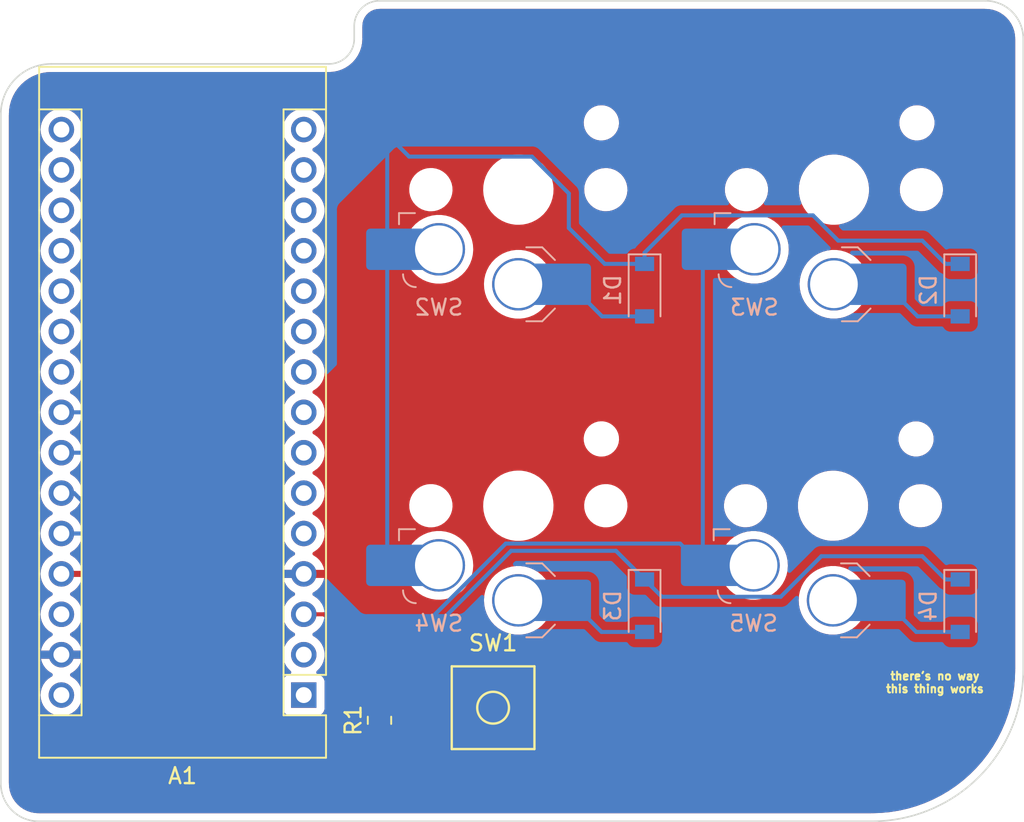
<source format=kicad_pcb>
(kicad_pcb (version 20211014) (generator pcbnew)
  (layers (0 "F.Cu" signal) (31 "B.Cu" signal) (34 "B.Paste" user) (35 "F.Paste" user) (36 "B.SilkS" user "B.Silkscreen") (37 "F.SilkS" user "F.Silkscreen") (38 "B.Mask" user) (39 "F.Mask" user) (44 "Edge.Cuts" user))
  (net 0 "")
  (net 2 "Net-(A1-Pad3)")
  (net 4 "COL1")
  (net 5 "COL0")
  (net 6 "ROW1")
  (net 7 "ROW0")
  (net 20 "Net-(D1-Pad2)")
  (net 21 "Net-(D2-Pad2)")
  (net 22 "Net-(D3-Pad2)")
  (net 23 "Net-(D4-Pad2)")
  (net 24 "+5V")
  (net 25 "GND")
  (footprint "random-keyboard-parts:SKQG-1155865" (layer "F.Cu") (at 137.31875 113.50625 180)
    (fp_text reference "SW1" (at 0 4.064) (layer "F.SilkS"))
    (fp_text value "SW_Push")
    (fp_line (start 2.6 -2.6) (end 2.6 2.6) (layer "F.SilkS") (width 0.15))
    (fp_line (start -2.6 -2.6) (end 2.6 -2.6) (layer "F.SilkS") (width 0.15))
    (fp_line (start -2.6 2.6) (end -2.6 -2.6) (layer "F.SilkS") (width 0.15))
    (fp_line (start 2.6 2.6) (end -2.6 2.6) (layer "F.SilkS") (width 0.15))
    (fp_circle (center 0 0) (end 1 0) (layer "F.SilkS") (width 0.15) (fill none))
    (pad "1" smd rect locked (at 3.1 1.85 180) (size 1.8 1.1) (layers "F.Cu" "F.Paste" "F.Mask") (net 2 "Net-(A1-Pad3)"))
    (pad "2" smd rect locked (at -3.1 -1.85 180) (size 1.8 1.1) (layers "F.Cu" "F.Paste" "F.Mask") (net 25 "GND"))
    (pad "3" smd rect locked (at 3.1 -1.85 180) (size 1.8 1.1) (layers "F.Cu" "F.Paste" "F.Mask"))
    (pad "4" smd rect locked (at -3.1 1.85 180) (size 1.8 1.1) (layers "F.Cu" "F.Paste" "F.Mask"))
  )
  (footprint "Module:Arduino_Nano" (layer "F.Cu") (at 125.4125 112.7125 180)
    (fp_text reference "A1" (at 7.62 -5.08) (layer "F.SilkS"))
    (fp_text value "Arduino_Nano_Every")
    (fp_line (start 1.27 1.27) (end 1.27 36.83) (layer "F.SilkS") (width 0.12))
    (fp_line (start -1.4 1.27) (end -1.4 39.5) (layer "F.SilkS") (width 0.12))
    (fp_line (start 16.64 39.5) (end 16.64 -3.94) (layer "F.SilkS") (width 0.12))
    (fp_line (start 1.27 1.27) (end 1.27 -1.27) (layer "F.SilkS") (width 0.12))
    (fp_line (start 1.27 36.83) (end -1.4 36.83) (layer "F.SilkS") (width 0.12))
    (fp_line (start 1.27 1.27) (end -1.4 1.27) (layer "F.SilkS") (width 0.12))
    (fp_line (start 13.97 36.83) (end 16.64 36.83) (layer "F.SilkS") (width 0.12))
    (fp_line (start 1.27 -1.27) (end -1.4 -1.27) (layer "F.SilkS") (width 0.12))
    (fp_line (start 16.64 -3.94) (end -1.4 -3.94) (layer "F.SilkS") (width 0.12))
    (fp_line (start 13.97 -1.27) (end 13.97 36.83) (layer "F.SilkS") (width 0.12))
    (fp_line (start -1.4 39.5) (end 16.64 39.5) (layer "F.SilkS") (width 0.12))
    (fp_line (start -1.4 -3.94) (end -1.4 -1.27) (layer "F.SilkS") (width 0.12))
    (fp_line (start 13.97 -1.27) (end 16.64 -1.27) (layer "F.SilkS") (width 0.12))
    (pad "1" thru_hole rect (at 0 0 180) (size 1.6 1.6) (drill 1) (layers *.Cu *.Mask))
    (pad "2" thru_hole oval (at 0 2.54 180) (size 1.6 1.6) (drill 1) (layers *.Cu *.Mask))
    (pad "3" thru_hole oval (at 0 5.08 180) (size 1.6 1.6) (drill 1) (layers *.Cu *.Mask) (net 2 "Net-(A1-Pad3)"))
    (pad "4" thru_hole oval (at 0 7.62 180) (size 1.6 1.6) (drill 1) (layers *.Cu *.Mask) (net 25 "GND"))
    (pad "5" thru_hole oval (at 0 10.16 180) (size 1.6 1.6) (drill 1) (layers *.Cu *.Mask))
    (pad "6" thru_hole oval (at 0 12.7 180) (size 1.6 1.6) (drill 1) (layers *.Cu *.Mask))
    (pad "7" thru_hole oval (at 0 15.24 180) (size 1.6 1.6) (drill 1) (layers *.Cu *.Mask))
    (pad "8" thru_hole oval (at 0 17.78 180) (size 1.6 1.6) (drill 1) (layers *.Cu *.Mask))
    (pad "9" thru_hole oval (at 0 20.32 180) (size 1.6 1.6) (drill 1) (layers *.Cu *.Mask))
    (pad "10" thru_hole oval (at 0 22.86 180) (size 1.6 1.6) (drill 1) (layers *.Cu *.Mask))
    (pad "11" thru_hole oval (at 0 25.4 180) (size 1.6 1.6) (drill 1) (layers *.Cu *.Mask))
    (pad "12" thru_hole oval (at 0 27.94 180) (size 1.6 1.6) (drill 1) (layers *.Cu *.Mask))
    (pad "13" thru_hole oval (at 0 30.48 180) (size 1.6 1.6) (drill 1) (layers *.Cu *.Mask))
    (pad "14" thru_hole oval (at 0 33.02 180) (size 1.6 1.6) (drill 1) (layers *.Cu *.Mask))
    (pad "15" thru_hole oval (at 0 35.56 180) (size 1.6 1.6) (drill 1) (layers *.Cu *.Mask))
    (pad "16" thru_hole oval (at 15.24 35.56 180) (size 1.6 1.6) (drill 1) (layers *.Cu *.Mask))
    (pad "17" thru_hole oval (at 15.24 33.02 180) (size 1.6 1.6) (drill 1) (layers *.Cu *.Mask))
    (pad "18" thru_hole oval (at 15.24 30.48 180) (size 1.6 1.6) (drill 1) (layers *.Cu *.Mask))
    (pad "19" thru_hole oval (at 15.24 27.94 180) (size 1.6 1.6) (drill 1) (layers *.Cu *.Mask))
    (pad "20" thru_hole oval (at 15.24 25.4 180) (size 1.6 1.6) (drill 1) (layers *.Cu *.Mask))
    (pad "21" thru_hole oval (at 15.24 22.86 180) (size 1.6 1.6) (drill 1) (layers *.Cu *.Mask))
    (pad "22" thru_hole oval (at 15.24 20.32 180) (size 1.6 1.6) (drill 1) (layers *.Cu *.Mask))
    (pad "23" thru_hole oval (at 15.24 17.78 180) (size 1.6 1.6) (drill 1) (layers *.Cu *.Mask) (net 7 "ROW0"))
    (pad "24" thru_hole oval (at 15.24 15.24 180) (size 1.6 1.6) (drill 1) (layers *.Cu *.Mask) (net 5 "COL0"))
    (pad "25" thru_hole oval (at 15.24 12.7 180) (size 1.6 1.6) (drill 1) (layers *.Cu *.Mask) (net 4 "COL1"))
    (pad "26" thru_hole oval (at 15.24 10.16 180) (size 1.6 1.6) (drill 1) (layers *.Cu *.Mask) (net 6 "ROW1"))
    (pad "27" thru_hole oval (at 15.24 7.62 180) (size 1.6 1.6) (drill 1) (layers *.Cu *.Mask) (net 24 "+5V"))
    (pad "28" thru_hole oval (at 15.24 5.08 180) (size 1.6 1.6) (drill 1) (layers *.Cu *.Mask))
    (pad "29" thru_hole oval (at 15.24 2.54 180) (size 1.6 1.6) (drill 1) (layers *.Cu *.Mask) (net 25 "GND"))
    (pad "30" thru_hole oval (at 15.24 0 180) (size 1.6 1.6) (drill 1) (layers *.Cu *.Mask))
  )
  (footprint "Resistor_SMD:R_0805_2012Metric" (layer "F.Cu") (at 130.175 114.3 90)
    (fp_text reference "R1" (at 0 -1.65 90) (layer "F.SilkS"))
    (fp_text value "10k")
    (fp_line (start -0.227064 -0.735) (end 0.227064 -0.735) (layer "F.SilkS") (width 0.12))
    (fp_line (start -0.227064 0.735) (end 0.227064 0.735) (layer "F.SilkS") (width 0.12))
    (pad "1" smd roundrect (at -0.9125 0 90) (size 1.025 1.4) (layers "F.Cu" "F.Paste" "F.Mask") (roundrect_rratio 0.243902439) (net 24 "+5V"))
    (pad "2" smd roundrect (at 0.9125 0 90) (size 1.025 1.4) (layers "F.Cu" "F.Paste" "F.Mask") (roundrect_rratio 0.243902439) (net 2 "Net-(A1-Pad3)"))
  )
  (footprint "marbastlib-choc:SW_choc_HS_1u" (layer "B.Cu") (at 158.75 80.93125 180)
    (fp_text reference "SW3" (at 5 -7.4) (layer "B.SilkS") (effects (justify mirror)))
    (fp_text value "choc_SW_HS" hide)
    (fp_line (start -1.5 -8.275) (end -0.5 -8.275) (layer "B.SilkS") (width 0.12))
    (fp_line (start -1.5 -3.625) (end -0.5 -3.625) (layer "B.SilkS") (width 0.12))
    (fp_line (start 7.504 -1.475) (end 6.504 -1.475) (layer "B.SilkS") (width 0.12))
    (fp_line (start -2.3 -7.475) (end -1.5 -8.275) (layer "B.SilkS") (width 0.12))
    (fp_line (start -1.5 -3.625) (end -2.3 -4.425) (layer "B.SilkS") (width 0.12))
    (fp_line (start 7.504 -1.475) (end 7.504 -2.175) (layer "B.SilkS") (width 0.12))
    (fp_arc (start 6.45 -6.125) (mid 7.015685 -5.890685) (end 7.25 -5.325) (layer "B.SilkS") (width 0.12))
    (pad "" np_thru_hole circle (at 5.5 0) (size 1.7 1.7) (drill 1.7) (layers *.Cu *.Mask))
    (pad "" np_thru_hole circle (at -5.22 4.2) (size 1.2 1.2) (drill 1.2) (layers *.Cu *.Mask))
    (pad "" np_thru_hole circle (at 0 0) (size 3.4 3.4) (drill 3.4) (layers *.Cu *.Mask))
    (pad "" np_thru_hole circle (at -5.5 0) (size 1.7 1.7) (drill 1.7) (layers *.Cu *.Mask))
    (pad "1" smd rect (at 6.55 -3.75 180) (size 1.2 2.6) (layers "B.Cu") (net 4 "COL1"))
    (pad "1" thru_hole circle (at 5 -3.75 180) (size 3.3 3.3) (drill 3) (layers *.Cu "B.Mask") (net 4 "COL1"))
    (pad "1" smd roundrect (at 8.245 -3.75 180) (size 2.65 2.6) (layers "B.Cu" "B.Paste" "B.Mask") (roundrect_rratio 0.1) (net 4 "COL1"))
    (pad "2" smd roundrect (at -3.245 -5.95 180) (size 2.65 2.6) (layers "B.Cu" "B.Paste" "B.Mask") (roundrect_rratio 0.1) (net 21 "Net-(D2-Pad2)"))
    (pad "2" thru_hole circle (at 0 -5.95 180) (size 3.3 3.3) (drill 3) (layers *.Cu "B.Mask") (net 21 "Net-(D2-Pad2)"))
    (pad "2" smd rect (at -1.55 -5.95) (size 1.2 2.6) (layers "B.Cu") (net 21 "Net-(D2-Pad2)"))
  )
  (footprint "Diode_SMD:D_SOD-123" (layer "B.Cu") (at 146.84375 107.09375 -90)
    (fp_text reference "D3" (at 0 2 90) (layer "B.SilkS") (effects (justify mirror)))
    (fp_text value "SOD-123")
    (fp_line (start -2.25 -1) (end 1.65 -1) (layer "B.SilkS") (width 0.12))
    (fp_line (start -2.25 1) (end 1.65 1) (layer "B.SilkS") (width 0.12))
    (fp_line (start -2.25 1) (end -2.25 -1) (layer "B.SilkS") (width 0.12))
    (pad "1" smd rect (at -1.65 0 270) (size 0.9 1.2) (layers "B.Cu" "B.Paste" "B.Mask") (net 6 "ROW1"))
    (pad "2" smd rect (at 1.65 0 270) (size 0.9 1.2) (layers "B.Cu" "B.Paste" "B.Mask") (net 22 "Net-(D3-Pad2)"))
  )
  (footprint "Diode_SMD:D_SOD-123" (layer "B.Cu") (at 166.6875 87.25 -90)
    (fp_text reference "D2" (at 0 2 90) (layer "B.SilkS") (effects (justify mirror)))
    (fp_text value "SOD-123")
    (fp_line (start -2.25 -1) (end 1.65 -1) (layer "B.SilkS") (width 0.12))
    (fp_line (start -2.25 1) (end -2.25 -1) (layer "B.SilkS") (width 0.12))
    (fp_line (start -2.25 1) (end 1.65 1) (layer "B.SilkS") (width 0.12))
    (pad "1" smd rect (at -1.65 0 270) (size 0.9 1.2) (layers "B.Cu" "B.Paste" "B.Mask") (net 7 "ROW0"))
    (pad "2" smd rect (at 1.65 0 270) (size 0.9 1.2) (layers "B.Cu" "B.Paste" "B.Mask") (net 21 "Net-(D2-Pad2)"))
  )
  (footprint "marbastlib-choc:SW_choc_HS_1u" (layer "B.Cu") (at 158.693749 100.80625 180)
    (fp_text reference "SW5" (at 5 -7.4) (layer "B.SilkS") (effects (justify mirror)))
    (fp_text value "choc_SW_HS" hide)
    (fp_line (start 7.504 -1.475) (end 6.504 -1.475) (layer "B.SilkS") (width 0.12))
    (fp_line (start -1.5 -3.625) (end -2.3 -4.425) (layer "B.SilkS") (width 0.12))
    (fp_line (start -2.3 -7.475) (end -1.5 -8.275) (layer "B.SilkS") (width 0.12))
    (fp_line (start 7.504 -1.475) (end 7.504 -2.175) (layer "B.SilkS") (width 0.12))
    (fp_line (start -1.5 -8.275) (end -0.5 -8.275) (layer "B.SilkS") (width 0.12))
    (fp_line (start -1.5 -3.625) (end -0.5 -3.625) (layer "B.SilkS") (width 0.12))
    (fp_arc (start 6.45 -6.125) (mid 7.015685 -5.890685) (end 7.25 -5.325) (layer "B.SilkS") (width 0.12))
    (pad "" np_thru_hole circle (at -5.22 4.2) (size 1.2 1.2) (drill 1.2) (layers *.Cu *.Mask))
    (pad "" np_thru_hole circle (at 0 0) (size 3.4 3.4) (drill 3.4) (layers *.Cu *.Mask))
    (pad "" np_thru_hole circle (at -5.5 0) (size 1.7 1.7) (drill 1.7) (layers *.Cu *.Mask))
    (pad "" np_thru_hole circle (at 5.5 0) (size 1.7 1.7) (drill 1.7) (layers *.Cu *.Mask))
    (pad "1" smd rect (at 6.55 -3.75 180) (size 1.2 2.6) (layers "B.Cu") (net 4 "COL1"))
    (pad "1" smd roundrect (at 8.245 -3.75 180) (size 2.65 2.6) (layers "B.Cu" "B.Paste" "B.Mask") (roundrect_rratio 0.1) (net 4 "COL1"))
    (pad "1" thru_hole circle (at 5 -3.75 180) (size 3.3 3.3) (drill 3) (layers *.Cu "B.Mask") (net 4 "COL1"))
    (pad "2" smd rect (at -1.55 -5.95) (size 1.2 2.6) (layers "B.Cu") (net 23 "Net-(D4-Pad2)"))
    (pad "2" smd roundrect (at -3.245 -5.95 180) (size 2.65 2.6) (layers "B.Cu" "B.Paste" "B.Mask") (roundrect_rratio 0.1) (net 23 "Net-(D4-Pad2)"))
    (pad "2" thru_hole circle (at 0 -5.95 180) (size 3.3 3.3) (drill 3) (layers *.Cu "B.Mask") (net 23 "Net-(D4-Pad2)"))
  )
  (footprint "marbastlib-choc:SW_choc_HS_1u" (layer "B.Cu") (at 138.90625 100.80625 180)
    (fp_text reference "SW4" (at 5 -7.4) (layer "B.SilkS") (effects (justify mirror)))
    (fp_text value "choc_SW_HS" hide)
    (fp_line (start 7.504 -1.475) (end 6.504 -1.475) (layer "B.SilkS") (width 0.12))
    (fp_line (start -1.5 -3.625) (end -0.5 -3.625) (layer "B.SilkS") (width 0.12))
    (fp_line (start 7.504 -1.475) (end 7.504 -2.175) (layer "B.SilkS") (width 0.12))
    (fp_line (start -1.5 -3.625) (end -2.3 -4.425) (layer "B.SilkS") (width 0.12))
    (fp_line (start -2.3 -7.475) (end -1.5 -8.275) (layer "B.SilkS") (width 0.12))
    (fp_line (start -1.5 -8.275) (end -0.5 -8.275) (layer "B.SilkS") (width 0.12))
    (fp_arc (start 6.45 -6.125) (mid 7.015685 -5.890685) (end 7.25 -5.325) (layer "B.SilkS") (width 0.12))
    (pad "" np_thru_hole circle (at 5.5 0) (size 1.7 1.7) (drill 1.7) (layers *.Cu *.Mask))
    (pad "" np_thru_hole circle (at -5.5 0) (size 1.7 1.7) (drill 1.7) (layers *.Cu *.Mask))
    (pad "" np_thru_hole circle (at -5.22 4.2) (size 1.2 1.2) (drill 1.2) (layers *.Cu *.Mask))
    (pad "" np_thru_hole circle (at 0 0) (size 3.4 3.4) (drill 3.4) (layers *.Cu *.Mask))
    (pad "1" thru_hole circle (at 5 -3.75 180) (size 3.3 3.3) (drill 3) (layers *.Cu "B.Mask") (net 5 "COL0"))
    (pad "1" smd rect (at 6.55 -3.75 180) (size 1.2 2.6) (layers "B.Cu") (net 5 "COL0"))
    (pad "1" smd roundrect (at 8.245 -3.75 180) (size 2.65 2.6) (layers "B.Cu" "B.Paste" "B.Mask") (roundrect_rratio 0.1) (net 5 "COL0"))
    (pad "2" thru_hole circle (at 0 -5.95 180) (size 3.3 3.3) (drill 3) (layers *.Cu "B.Mask") (net 22 "Net-(D3-Pad2)"))
    (pad "2" smd roundrect (at -3.245 -5.95 180) (size 2.65 2.6) (layers "B.Cu" "B.Paste" "B.Mask") (roundrect_rratio 0.1) (net 22 "Net-(D3-Pad2)"))
    (pad "2" smd rect (at -1.55 -5.95) (size 1.2 2.6) (layers "B.Cu") (net 22 "Net-(D3-Pad2)"))
  )
  (footprint "Diode_SMD:D_SOD-123" (layer "B.Cu") (at 166.6875 107.09375 -90)
    (fp_text reference "D4" (at 0 2 90) (layer "B.SilkS") (effects (justify mirror)))
    (fp_text value "SOD-123")
    (fp_line (start -2.25 1) (end -2.25 -1) (layer "B.SilkS") (width 0.12))
    (fp_line (start -2.25 -1) (end 1.65 -1) (layer "B.SilkS") (width 0.12))
    (fp_line (start -2.25 1) (end 1.65 1) (layer "B.SilkS") (width 0.12))
    (pad "1" smd rect (at -1.65 0 270) (size 0.9 1.2) (layers "B.Cu" "B.Paste" "B.Mask") (net 6 "ROW1"))
    (pad "2" smd rect (at 1.65 0 270) (size 0.9 1.2) (layers "B.Cu" "B.Paste" "B.Mask") (net 23 "Net-(D4-Pad2)"))
  )
  (footprint "marbastlib-choc:SW_choc_HS_1u" (layer "B.Cu") (at 138.90625 80.93125 180)
    (fp_text reference "SW2" (at 5 -7.4) (layer "B.SilkS") (effects (justify mirror)))
    (fp_text value "choc_SW_HS" hide)
    (fp_line (start 7.504 -1.475) (end 7.504 -2.175) (layer "B.SilkS") (width 0.12))
    (fp_line (start -2.3 -7.475) (end -1.5 -8.275) (layer "B.SilkS") (width 0.12))
    (fp_line (start -1.5 -3.625) (end -2.3 -4.425) (layer "B.SilkS") (width 0.12))
    (fp_line (start -1.5 -8.275) (end -0.5 -8.275) (layer "B.SilkS") (width 0.12))
    (fp_line (start 7.504 -1.475) (end 6.504 -1.475) (layer "B.SilkS") (width 0.12))
    (fp_line (start -1.5 -3.625) (end -0.5 -3.625) (layer "B.SilkS") (width 0.12))
    (fp_arc (start 6.45 -6.125) (mid 7.015685 -5.890685) (end 7.25 -5.325) (layer "B.SilkS") (width 0.12))
    (pad "" np_thru_hole circle (at -5.5 0) (size 1.7 1.7) (drill 1.7) (layers *.Cu *.Mask))
    (pad "" np_thru_hole circle (at -5.22 4.2) (size 1.2 1.2) (drill 1.2) (layers *.Cu *.Mask))
    (pad "" np_thru_hole circle (at 0 0) (size 3.4 3.4) (drill 3.4) (layers *.Cu *.Mask))
    (pad "" np_thru_hole circle (at 5.5 0) (size 1.7 1.7) (drill 1.7) (layers *.Cu *.Mask))
    (pad "1" smd rect (at 6.55 -3.75 180) (size 1.2 2.6) (layers "B.Cu") (net 5 "COL0"))
    (pad "1" thru_hole circle (at 5 -3.75 180) (size 3.3 3.3) (drill 3) (layers *.Cu "B.Mask") (net 5 "COL0"))
    (pad "1" smd roundrect (at 8.245 -3.75 180) (size 2.65 2.6) (layers "B.Cu" "B.Paste" "B.Mask") (roundrect_rratio 0.1) (net 5 "COL0"))
    (pad "2" smd rect (at -1.55 -5.95) (size 1.2 2.6) (layers "B.Cu") (net 20 "Net-(D1-Pad2)"))
    (pad "2" smd roundrect (at -3.245 -5.95 180) (size 2.65 2.6) (layers "B.Cu" "B.Paste" "B.Mask") (roundrect_rratio 0.1) (net 20 "Net-(D1-Pad2)"))
    (pad "2" thru_hole circle (at 0 -5.95 180) (size 3.3 3.3) (drill 3) (layers *.Cu "B.Mask") (net 20 "Net-(D1-Pad2)"))
  )
  (footprint "Diode_SMD:D_SOD-123" (layer "B.Cu") (at 146.84375 87.25 -90)
    (fp_text reference "D1" (at 0 2 90) (layer "B.SilkS") (effects (justify mirror)))
    (fp_text value "SOD-123")
    (fp_line (start -2.25 1) (end -2.25 -1) (layer "B.SilkS") (width 0.12))
    (fp_line (start -2.25 1) (end 1.65 1) (layer "B.SilkS") (width 0.12))
    (fp_line (start -2.25 -1) (end 1.65 -1) (layer "B.SilkS") (width 0.12))
    (pad "1" smd rect (at -1.65 0 270) (size 0.9 1.2) (layers "B.Cu" "B.Paste" "B.Mask") (net 7 "ROW0"))
    (pad "2" smd rect (at 1.65 0 270) (size 0.9 1.2) (layers "B.Cu" "B.Paste" "B.Mask") (net 20 "Net-(D1-Pad2)"))
  )
  (gr_line (start 170.65625 111.125) (end 170.65625 71.4375) (layer "Edge.Cuts") (width 0.1))
  (gr_line (start 109.5375 73.025) (end 127 73.025) (layer "Edge.Cuts") (width 0.1))
  (gr_line (start 108.74375 120.65) (end 161.13125 120.65) (layer "Edge.Cuts") (width 0.1))
  (gr_line (start 106.3625 118.26875) (end 106.3625 76.2) (layer "Edge.Cuts") (width 0.1))
  (gr_arc (start 128.5875 70.64375) (mid 129.052468 69.521218) (end 130.175 69.05625) (layer "Edge.Cuts") (width 0.1))
  (gr_arc (start 168.275 69.05625) (mid 169.958816 69.753699) (end 170.65625 71.4375) (layer "Edge.Cuts") (width 0.1))
  (gr_line (start 130.175 69.05625) (end 168.275 69.05625) (layer "Edge.Cuts") (width 0.1))
  (gr_arc (start 128.5875 71.4375) (mid 128.122514 72.56) (end 127 73.025) (layer "Edge.Cuts") (width 0.1))
  (gr_line (start 128.5875 71.4375) (end 128.5875 70.64375) (layer "Edge.Cuts") (width 0.1))
  (gr_arc (start 170.65625 111.125) (mid 167.866442 117.860192) (end 161.13125 120.65) (layer "Edge.Cuts") (width 0.1))
  (gr_arc (start 106.3625 76.2) (mid 107.292436 73.954936) (end 109.5375 73.025) (layer "Edge.Cuts") (width 0.1))
  (gr_arc (start 108.74375 120.65) (mid 107.059984 119.95253) (end 106.3625 118.26875) (layer "Edge.Cuts") (width 0.1))
  (gr_text "there's no way\nthis thing works" (at 165.1 111.91875) (layer "F.SilkS") (effects (font (size 0.5 0.5) (thickness 0.125))))
  (segment (start 128.25 111.4625) (end 128.25 109.2) (width 0.254) (layer "F.Cu") (net 2))
  (segment (start 131.90625 111.65625) (end 130.175 113.3875) (width 0.254) (layer "F.Cu") (net 2))
  (segment (start 130.175 113.3875) (end 128.25 111.4625) (width 0.254) (layer "F.Cu") (net 2))
  (segment (start 134.21875 111.65625) (end 131.90625 111.65625) (width 0.254) (layer "F.Cu") (net 2))
  (segment (start 126.6825 107.6325) (end 125.4125 107.6325) (width 0.254) (layer "F.Cu") (net 2))
  (segment (start 128.25 109.2) (end 126.6825 107.6325) (width 0.254) (layer "F.Cu") (net 2))
  (segment (start 110.972624 100.0125) (end 110.1725 100.0125) (width 0.254) (layer "B.Cu") (net 4))
  (segment (start 149.080001 103.1875) (end 138.1125 103.1875) (width 0.254) (layer "B.Cu") (net 4))
  (segment (start 150.505 84.68125) (end 150.505 104.5) (width 0.254) (layer "B.Cu") (net 4))
  (segment (start 114.75352 103.793396) (end 110.972624 100.0125) (width 0.254) (layer "B.Cu") (net 4))
  (segment (start 138.1125 103.1875) (end 126.65977 114.64023) (width 0.254) (layer "B.Cu") (net 4))
  (segment (start 114.75352 107.762146) (end 114.75352 103.793396) (width 0.254) (layer "B.Cu") (net 4))
  (segment (start 121.631604 114.64023) (end 114.75352 107.762146) (width 0.254) (layer "B.Cu") (net 4))
  (segment (start 150.448751 104.55625) (end 149.080001 103.1875) (width 0.254) (layer "B.Cu") (net 4))
  (segment (start 126.65977 114.64023) (end 121.631604 114.64023) (width 0.254) (layer "B.Cu") (net 4))
  (segment (start 120.65 92.86875) (end 116.04625 97.4725) (width 0.254) (layer "B.Cu") (net 5))
  (segment (start 127.79375 75.40625) (end 123.825 75.40625) (width 0.254) (layer "B.Cu") (net 5))
  (segment (start 123.825 75.40625) (end 120.65 78.58125) (width 0.254) (layer "B.Cu") (net 5))
  (segment (start 130.66125 84.68125) (end 130.66125 78.27375) (width 0.254) (layer "B.Cu") (net 5))
  (segment (start 130.66125 78.27375) (end 127.79375 75.40625) (width 0.254) (layer "B.Cu") (net 5))
  (segment (start 130.425 84.68125) (end 130.66125 84.68125) (width 0.254) (layer "B.Cu") (net 5))
  (segment (start 120.65 78.58125) (end 120.65 92.86875) (width 0.254) (layer "B.Cu") (net 5))
  (segment (start 116.04625 97.4725) (end 110.1725 97.4725) (width 0.254) (layer "B.Cu") (net 5))
  (segment (start 130.66125 84.68125) (end 130.66125 104.55625) (width 0.254) (layer "B.Cu") (net 5))
  (segment (start 112.87125 102.5525) (end 110.1725 102.5525) (width 0.254) (layer "B.Cu") (net 6))
  (segment (start 155.404739 106.532761) (end 157.95625 103.98125) (width 0.254) (layer "B.Cu") (net 6))
  (segment (start 114.3 103.98125) (end 112.87125 102.5525) (width 0.254) (layer "B.Cu") (net 6))
  (segment (start 127 115.09375) (end 121.44375 115.09375) (width 0.254) (layer "B.Cu") (net 6))
  (segment (start 146.84375 105.44375) (end 145.04102 103.641021) (width 0.254) (layer "B.Cu") (net 6))
  (segment (start 147.932761 106.532761) (end 155.404739 106.532761) (width 0.254) (layer "B.Cu") (net 6))
  (segment (start 121.44375 115.09375) (end 114.3 107.95) (width 0.254) (layer "B.Cu") (net 6))
  (segment (start 145.04102 103.641021) (end 138.45273 103.64102) (width 0.254) (layer "B.Cu") (net 6))
  (segment (start 138.45273 103.64102) (end 127 115.09375) (width 0.254) (layer "B.Cu") (net 6))
  (segment (start 114.3 107.95) (end 114.3 103.98125) (width 0.254) (layer "B.Cu") (net 6))
  (segment (start 157.95625 103.98125) (end 164.30625 103.98125) (width 0.254) (layer "B.Cu") (net 6))
  (segment (start 165.76875 105.44375) (end 166.6875 105.44375) (width 0.254) (layer "B.Cu") (net 6))
  (segment (start 146.84375 105.44375) (end 147.932761 106.532761) (width 0.254) (layer "B.Cu") (net 6))
  (segment (start 164.30625 103.98125) (end 165.76875 105.44375) (width 0.254) (layer "B.Cu") (net 6))
  (segment (start 115.41125 94.9325) (end 110.1725 94.9325) (width 0.254) (layer "B.Cu") (net 7))
  (segment (start 123.48477 74.95273) (end 119.85625 78.58125) (width 0.254) (layer "B.Cu") (net 7))
  (segment (start 159.019605 84.1375) (end 164.30625 84.1375) (width 0.254) (layer "B.Cu") (net 7))
  (segment (start 146.843751 85.6) (end 146.84375 84.895999) (width 0.254) (layer "B.Cu") (net 7))
  (segment (start 139.766374 78.854729) (end 132.035979 78.854729) (width 0.254) (layer "B.Cu") (net 7))
  (segment (start 142.08125 81.169605) (end 139.766374 78.854729) (width 0.254) (layer "B.Cu") (net 7))
  (segment (start 157.432105 82.55) (end 159.019605 84.1375) (width 0.254) (layer "B.Cu") (net 7))
  (segment (start 119.85625 90.4875) (end 115.41125 94.9325) (width 0.254) (layer "B.Cu") (net 7))
  (segment (start 144.3375 85.6) (end 142.08125 83.34375) (width 0.254) (layer "B.Cu") (net 7))
  (segment (start 146.84375 85.6) (end 144.3375 85.6) (width 0.254) (layer "B.Cu") (net 7))
  (segment (start 119.85625 78.58125) (end 119.85625 90.4875) (width 0.254) (layer "B.Cu") (net 7))
  (segment (start 128.13398 74.95273) (end 123.48477 74.95273) (width 0.254) (layer "B.Cu") (net 7))
  (segment (start 132.035979 78.854729) (end 128.13398 74.95273) (width 0.254) (layer "B.Cu") (net 7))
  (segment (start 164.30625 84.1375) (end 165.768749 85.6) (width 0.254) (layer "B.Cu") (net 7))
  (segment (start 149.18975 82.549999) (end 157.432105 82.55) (width 0.254) (layer "B.Cu") (net 7))
  (segment (start 142.08125 83.34375) (end 142.08125 81.169605) (width 0.254) (layer "B.Cu") (net 7))
  (segment (start 146.84375 84.895999) (end 149.18975 82.549999) (width 0.254) (layer "B.Cu") (net 7))
  (segment (start 165.768749 85.6) (end 166.6875 85.6) (width 0.254) (layer "B.Cu") (net 7))
  (segment (start 146.84375 88.9) (end 144.17 88.9) (width 0.254) (layer "B.Cu") (net 20))
  (segment (start 144.17 88.9) (end 142.15125 86.88125) (width 0.254) (layer "B.Cu") (net 20))
  (segment (start 164.01375 88.899999) (end 166.6875 88.9) (width 0.254) (layer "B.Cu") (net 21))
  (segment (start 161.995 86.88125) (end 164.01375 88.899999) (width 0.254) (layer "B.Cu") (net 21))
  (segment (start 142.15125 106.75625) (end 144.13875 108.74375) (width 0.254) (layer "B.Cu") (net 22))
  (segment (start 144.13875 108.74375) (end 146.84375 108.74375) (width 0.254) (layer "B.Cu") (net 22))
  (segment (start 161.93875 106.756249) (end 163.92625 108.74375) (width 0.254) (layer "B.Cu") (net 23))
  (segment (start 163.92625 108.74375) (end 166.6875 108.74375) (width 0.254) (layer "B.Cu") (net 23))
  (segment (start 118.26875 108.74375) (end 114.6175 105.0925) (width 0.381) (layer "F.Cu") (net 24))
  (segment (start 118.26875 112.7125) (end 118.26875 108.74375) (width 0.381) (layer "F.Cu") (net 24))
  (segment (start 114.6175 105.0925) (end 110.1725 105.0925) (width 0.381) (layer "F.Cu") (net 24))
  (segment (start 120.76875 115.2125) (end 118.26875 112.7125) (width 0.381) (layer "F.Cu") (net 24))
  (segment (start 130.175 115.2125) (end 120.76875 115.2125) (width 0.381) (layer "F.Cu") (net 24))
  (zone (net 25) (net_name "GND") (layer "F.Cu") (connect_pads (clearance 0.508)) (min_thickness 0.254) (fill yes (thermal_gap 0.508) (thermal_bridge_width 0.508))
    (polygon (pts (xy 170.65625 120.65) (xy 106.3625 120.65) (xy 106.3625 69.05625) (xy 170.65625 69.05625)))
  )
  (zone (net 25) (net_name "GND") (layer "B.Cu") (connect_pads (clearance 0.508)) (min_thickness 0.254) (fill yes (thermal_gap 0.508) (thermal_bridge_width 0.508))
    (polygon (pts (xy 170.65625 120.65) (xy 106.3625 120.65) (xy 106.3625 69.05625) (xy 170.65625 69.05625)))
  )
)
</source>
